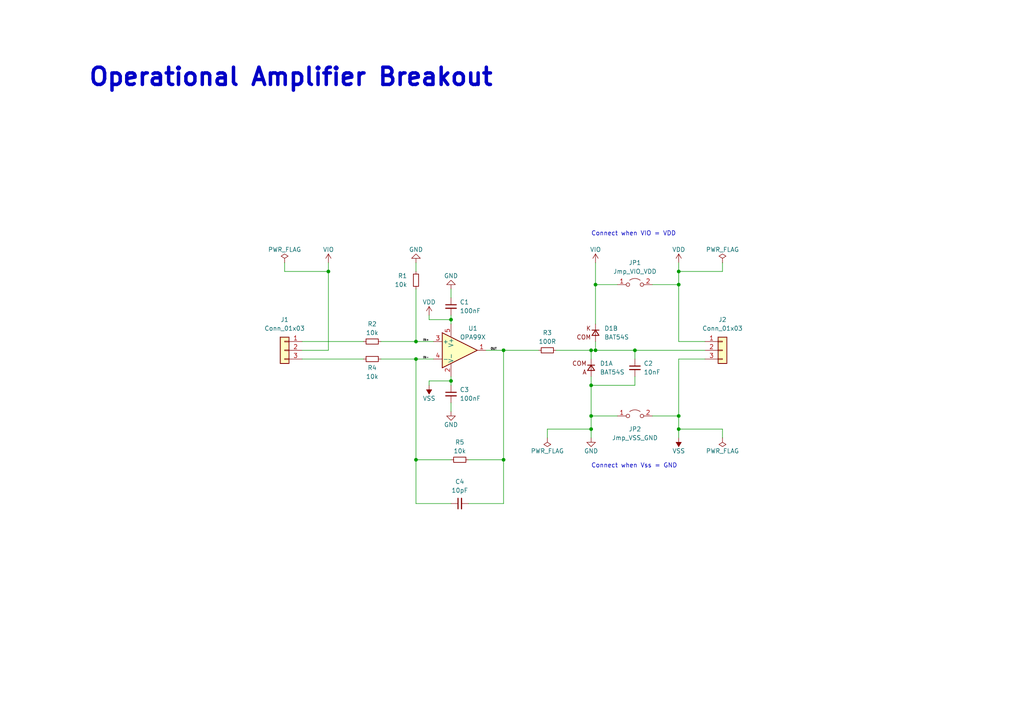
<source format=kicad_sch>
(kicad_sch (version 20230121) (generator eeschema)
  (paper "A4")
  (title_block (title "OPA990 Breakout") (date "2024-01-09") (rev "V24.01.0.1") (company "Fried Electronics") (comment 1 "Tom Fry"))
  (lib_symbols
    (symbol "BAT54S_1" (pin_numbers hide) (pin_names (offset 0) hide)
      (property "Reference" "D" (at 1.27 1.27 0))
      (property "Value" "BAT54S" (at 1.27 -1.27 0))
      (symbol "BAT54S_1_0_1"
        (polyline (pts (xy -1.016 0.762) (xy 1.016 0.762)) (stroke (width 0.254)))
        (polyline (pts (xy 0 0.762) (xy 0 -0.762)))
        (polyline (pts (xy -1.016 -0.762) (xy 0 0.762) (xy 1.016 -0.762) (xy -1.016 -0.762)) (stroke (width 0.254)))
      )
      (symbol "BAT54S_1_1_1"
        (text "A" (at -1.27 -1.27 0) (effects (font (size 1.27 1.27)) (justify right)))
        (text "COM" (at -1.27 1.27 0) (effects (font (size 1.27 1.27)) (justify right)))
        (pin passive line (at 0 -2.54 90) (length 1.778) (name "A") (number "1"))
        (pin passive line (at 0 2.54 270) (length 1.778) (name "COM") (number "3"))
      )
      (symbol "BAT54S_1_2_1"
        (text "COM" (at -1.27 -1.27 0) (effects (font (size 1.27 1.27)) (justify right)))
        (text "K" (at -1.27 1.27 0) (effects (font (size 1.27 1.27)) (justify right)))
        (pin passive line (at 0 2.54 270) (length 1.778) (name "K") (number "2"))
        (pin passive line (at 0 -2.54 90) (length 1.778) (name "COM") (number "3"))
      )
    )
    (symbol "Connector_Generic:Conn_01x03" (pin_names (offset 1.016) hide)
      (property "Reference" "J" (at 0 5.08 0))
      (property "Value" "Conn_01x03" (at 0 -5.08 0))
      (symbol "Conn_01x03_1_1"
        (rectangle (start -1.27 -2.413) (end 0 -2.667) (stroke (width 0.1524)))
        (rectangle (start -1.27 0.127) (end 0 -0.127) (stroke (width 0.1524)))
        (rectangle (start -1.27 2.667) (end 0 2.413) (stroke (width 0.1524)))
        (rectangle (start -1.27 3.81) (end 1.27 -3.81) (stroke (width 0.254)) (fill (type background)))
        (pin passive line (at -5.08 2.54 0) (length 3.81) (name "Pin_1") (number "1"))
        (pin passive line (at -5.08 0 0) (length 3.81) (name "Pin_2") (number "2"))
        (pin passive line (at -5.08 -2.54 0) (length 3.81) (name "Pin_3") (number "3"))
      )
    )
    (symbol "Device:C_Small" (pin_numbers hide) (pin_names (offset 0.254) hide)
      (property "Reference" "C" (at 0.254 1.778 0))
      (property "Value" "C_Small" (at 0.254 -2.032 0))
      (symbol "C_Small_0_1"
        (polyline (pts (xy -1.524 -0.508) (xy 1.524 -0.508)) (stroke (width 0.3302)))
        (polyline (pts (xy -1.524 0.508) (xy 1.524 0.508)) (stroke (width 0.3048)))
      )
      (symbol "C_Small_1_1"
        (pin passive line (at 0 2.54 270) (length 2.032) (name "~") (number "1"))
        (pin passive line (at 0 -2.54 90) (length 2.032) (name "~") (number "2"))
      )
    )
    (symbol "Device:R_Small" (pin_numbers hide) (pin_names (offset 0.254) hide)
      (property "Reference" "R" (at 0.762 0.508 0))
      (property "Value" "R_Small" (at 0.762 -1.016 0))
      (symbol "R_Small_0_1"
        (rectangle (start -0.762 1.778) (end 0.762 -1.778) (stroke (width 0.2032)))
      )
      (symbol "R_Small_1_1"
        (pin passive line (at 0 2.54 270) (length 0.762) (name "~") (number "1"))
        (pin passive line (at 0 -2.54 90) (length 0.762) (name "~") (number "2"))
      )
    )
    (symbol "Fried_Electronics_Symbols:BAT54S" (pin_numbers hide) (pin_names (offset 0) hide)
      (property "Reference" "D" (at 1.27 1.27 0))
      (property "Value" "BAT54S" (at 1.27 -1.27 0))
      (symbol "BAT54S_0_1"
        (polyline (pts (xy -1.016 0.762) (xy 1.016 0.762)) (stroke (width 0.254)))
        (polyline (pts (xy 0 0.762) (xy 0 -0.762)))
        (polyline (pts (xy -1.016 -0.762) (xy 0 0.762) (xy 1.016 -0.762) (xy -1.016 -0.762)) (stroke (width 0.254)))
      )
      (symbol "BAT54S_1_1"
        (text "A" (at -1.27 -1.27 0) (effects (font (size 1.27 1.27)) (justify right)))
        (text "COM" (at -1.27 1.27 0) (effects (font (size 1.27 1.27)) (justify right)))
        (pin passive line (at 0 -2.54 90) (length 1.778) (name "A") (number "1"))
        (pin passive line (at 0 2.54 270) (length 1.778) (name "COM") (number "3"))
      )
      (symbol "BAT54S_2_1"
        (text "COM" (at -1.27 -1.27 0) (effects (font (size 1.27 1.27)) (justify right)))
        (text "K" (at -1.27 1.27 0) (effects (font (size 1.27 1.27)) (justify right)))
        (pin passive line (at 0 2.54 270) (length 1.778) (name "K") (number "2"))
        (pin passive line (at 0 -2.54 90) (length 1.778) (name "COM") (number "3"))
      )
    )
    (symbol "Fried_Electronics_Symbols:OPA99X" (pin_names (offset 0.127))
      (property "Reference" "U1" (at 3.81 6.35 0))
      (property "Value" "OPA99X" (at 3.81 3.81 0))
      (symbol "OPA99X_0_1"
        (polyline (pts (xy -5.08 5.08) (xy 5.08 0) (xy -5.08 -5.08) (xy -5.08 5.08)) (stroke (width 0.254)) (fill (type background)))
      )
      (symbol "OPA99X_1_1"
        (pin output line (at 7.62 0 180) (length 2.54) (name "~") (number "1"))
        (pin power_in line (at -2.54 -7.62 90) (length 3.81) (name "V-") (number "2"))
        (pin input line (at -7.62 2.54 0) (length 2.54) (name "+") (number "3"))
        (pin input line (at -7.62 -2.54 0) (length 2.54) (name "-") (number "4"))
        (pin power_in line (at -2.54 7.62 270) (length 3.81) (name "V+") (number "5"))
      )
    )
    (symbol "Fried_Electronics_Symbols:VIO" (power) (pin_names (offset 0))
      (property "Value" "VIO" (at 0 3.81 0))
      (symbol "VIO_0_1"
        (polyline (pts (xy -0.762 1.27) (xy 0 2.54)))
        (polyline (pts (xy 0 0) (xy 0 2.54)))
        (polyline (pts (xy 0 2.54) (xy 0.762 1.27)))
      )
      (symbol "VIO_1_1"
        (pin power_in line (at 0 0 90) (length 0) hide (name "VIO") (number "1"))
      )
    )
    (symbol "Jumper:Jumper_2_Open" (pin_names (offset 0) hide)
      (property "Reference" "JP" (at 0 2.794 0))
      (property "Value" "Jumper_2_Open" (at 0 -2.286 0))
      (symbol "Jumper_2_Open_0_0"
        (circle (center -2.032 0) (radius 0.508))
        (circle (center 2.032 0) (radius 0.508))
      )
      (symbol "Jumper_2_Open_0_1"
        (arc (start 1.524 1.27) (mid 0 1.778) (end -1.524 1.27))
      )
      (symbol "Jumper_2_Open_1_1"
        (pin passive line (at -5.08 0 0) (length 2.54) (name "A") (number "1"))
        (pin passive line (at 5.08 0 180) (length 2.54) (name "B") (number "2"))
      )
    )
    (symbol "power:GND" (power) (pin_names (offset 0))
      (property "Value" "GND" (at 0 -3.81 0))
      (symbol "GND_0_1"
        (polyline (pts (xy 0 0) (xy 0 -1.27) (xy 1.27 -1.27) (xy 0 -2.54) (xy -1.27 -1.27) (xy 0 -1.27)))
      )
      (symbol "GND_1_1"
        (pin power_in line (at 0 0 270) (length 0) hide (name "GND") (number "1"))
      )
    )
    (symbol "power:PWR_FLAG" (power) (pin_numbers hide) (pin_names (offset 0) hide)
      (property "Value" "PWR_FLAG" (at 0 3.81 0))
      (symbol "PWR_FLAG_0_0"
        (pin power_out line (at 0 0 90) (length 0) (name "pwr") (number "1"))
      )
      (symbol "PWR_FLAG_0_1"
        (polyline (pts (xy 0 0) (xy 0 1.27) (xy -1.016 1.905) (xy 0 2.54) (xy 1.016 1.905) (xy 0 1.27)))
      )
    )
    (symbol "power:VDD" (power) (pin_names (offset 0))
      (property "Value" "VDD" (at 0 3.81 0))
      (symbol "VDD_0_1"
        (polyline (pts (xy -0.762 1.27) (xy 0 2.54)))
        (polyline (pts (xy 0 0) (xy 0 2.54)))
        (polyline (pts (xy 0 2.54) (xy 0.762 1.27)))
      )
      (symbol "VDD_1_1"
        (pin power_in line (at 0 0 90) (length 0) hide (name "VDD") (number "1"))
      )
    )
    (symbol "power:VSS" (power) (pin_names (offset 0))
      (property "Value" "VSS" (at 0 3.81 0))
      (symbol "VSS_0_1"
        (polyline (pts (xy 0 0) (xy 0 2.54)))
        (polyline (pts (xy 0.762 1.27) (xy -0.762 1.27) (xy 0 2.54) (xy 0.762 1.27)) (fill (type outline)))
      )
      (symbol "VSS_1_1"
        (pin power_in line (at 0 0 90) (length 0) hide (name "VSS") (number "1"))
      )
    )
  )
  (junction (at 172.72 101.6))
  (junction (at 146.05 101.6))
  (junction (at 146.05 133.35))
  (junction (at 120.65 99.06))
  (junction (at 171.45 101.6))
  (junction (at 120.65 133.35))
  (junction (at 184.15 101.6))
  (junction (at 196.85 78.74))
  (junction (at 95.25 78.74))
  (junction (at 196.85 124.46))
  (junction (at 171.45 120.65))
  (junction (at 196.85 120.65))
  (junction (at 171.45 111.76))
  (junction (at 196.85 82.55))
  (junction (at 130.81 110.49))
  (junction (at 171.45 124.46))
  (junction (at 120.65 104.14))
  (junction (at 130.81 92.71))
  (junction (at 172.72 82.55))
  (wire (pts (xy 130.81 91.44) (xy 130.81 92.71)))
  (wire (pts (xy 124.46 110.49) (xy 130.81 110.49)))
  (wire (pts (xy 184.15 109.22) (xy 184.15 111.76)))
  (wire (pts (xy 171.45 111.76) (xy 171.45 120.65)))
  (wire (pts (xy 120.65 133.35) (xy 120.65 104.14)))
  (wire (pts (xy 171.45 120.65) (xy 171.45 124.46)))
  (wire (pts (xy 209.55 78.74) (xy 196.85 78.74)))
  (wire (pts (xy 95.25 76.2) (xy 95.25 78.74)))
  (wire (pts (xy 171.45 111.76) (xy 184.15 111.76)))
  (wire (pts (xy 196.85 124.46) (xy 196.85 120.65)))
  (wire (pts (xy 110.49 99.06) (xy 120.65 99.06)))
  (wire (pts (xy 87.63 104.14) (xy 105.41 104.14)))
  (wire (pts (xy 82.55 76.2) (xy 82.55 78.74)))
  (wire (pts (xy 196.85 78.74) (xy 196.85 82.55)))
  (wire (pts (xy 130.81 133.35) (xy 120.65 133.35)))
  (wire (pts (xy 209.55 127) (xy 209.55 124.46)))
  (wire (pts (xy 158.75 127) (xy 158.75 124.46)))
  (wire (pts (xy 130.81 92.71) (xy 130.81 93.98)))
  (wire (pts (xy 130.81 110.49) (xy 130.81 111.76)))
  (wire (pts (xy 120.65 76.2) (xy 120.65 78.74)))
  (wire (pts (xy 172.72 82.55) (xy 172.72 93.98)))
  (wire (pts (xy 135.89 146.05) (xy 146.05 146.05)))
  (wire (pts (xy 172.72 82.55) (xy 179.07 82.55)))
  (wire (pts (xy 95.25 78.74) (xy 95.25 101.6)))
  (wire (pts (xy 95.25 101.6) (xy 87.63 101.6)))
  (wire (pts (xy 146.05 101.6) (xy 146.05 133.35)))
  (wire (pts (xy 184.15 101.6) (xy 184.15 104.14)))
  (wire (pts (xy 172.72 76.2) (xy 172.72 82.55)))
  (wire (pts (xy 82.55 78.74) (xy 95.25 78.74)))
  (wire (pts (xy 184.15 101.6) (xy 204.47 101.6)))
  (wire (pts (xy 120.65 104.14) (xy 125.73 104.14)))
  (wire (pts (xy 196.85 82.55) (xy 196.85 99.06)))
  (wire (pts (xy 124.46 92.71) (xy 130.81 92.71)))
  (wire (pts (xy 171.45 124.46) (xy 171.45 127)))
  (wire (pts (xy 87.63 99.06) (xy 105.41 99.06)))
  (wire (pts (xy 146.05 101.6) (xy 156.21 101.6)))
  (wire (pts (xy 158.75 124.46) (xy 171.45 124.46)))
  (wire (pts (xy 196.85 99.06) (xy 204.47 99.06)))
  (wire (pts (xy 196.85 127) (xy 196.85 124.46)))
  (wire (pts (xy 196.85 124.46) (xy 209.55 124.46)))
  (wire (pts (xy 130.81 109.22) (xy 130.81 110.49)))
  (wire (pts (xy 146.05 133.35) (xy 146.05 146.05)))
  (wire (pts (xy 196.85 76.2) (xy 196.85 78.74)))
  (wire (pts (xy 110.49 104.14) (xy 120.65 104.14)))
  (wire (pts (xy 171.45 109.22) (xy 171.45 111.76)))
  (wire (pts (xy 172.72 101.6) (xy 184.15 101.6)))
  (wire (pts (xy 120.65 146.05) (xy 120.65 133.35)))
  (wire (pts (xy 171.45 101.6) (xy 171.45 104.14)))
  (wire (pts (xy 130.81 146.05) (xy 120.65 146.05)))
  (wire (pts (xy 130.81 83.82) (xy 130.81 86.36)))
  (wire (pts (xy 120.65 99.06) (xy 125.73 99.06)))
  (wire (pts (xy 124.46 91.44) (xy 124.46 92.71)))
  (wire (pts (xy 189.23 82.55) (xy 196.85 82.55)))
  (wire (pts (xy 171.45 120.65) (xy 179.07 120.65)))
  (wire (pts (xy 189.23 120.65) (xy 196.85 120.65)))
  (wire (pts (xy 209.55 76.2) (xy 209.55 78.74)))
  (wire (pts (xy 130.81 116.84) (xy 130.81 119.38)))
  (wire (pts (xy 171.45 101.6) (xy 172.72 101.6)))
  (wire (pts (xy 124.46 111.76) (xy 124.46 110.49)))
  (wire (pts (xy 120.65 83.82) (xy 120.65 99.06)))
  (wire (pts (xy 196.85 120.65) (xy 196.85 104.14)))
  (wire (pts (xy 161.29 101.6) (xy 171.45 101.6)))
  (wire (pts (xy 140.97 101.6) (xy 146.05 101.6)))
  (wire (pts (xy 172.72 99.06) (xy 172.72 101.6)))
  (wire (pts (xy 196.85 104.14) (xy 204.47 104.14)))
  (wire (pts (xy 135.89 133.35) (xy 146.05 133.35)))
  (text "Connect when VIO = VDD\n" (at 171.45 68.58 0) (effects (font (size 1.27 1.27)) (justify left bottom)))
  (text "Connect when Vss = GND\n" (at 171.45 135.89 0) (effects (font (size 1.27 1.27)) (justify left bottom)))
  (text "Operational Amplifier Breakout" (at 25.4 25.4 0) (effects (font (size 5 5) (thickness 1) bold) (justify left bottom)))
  (label "IN+" (at 124.46 99.06 180) (effects (font (size 0.6 0.6))))
  (label "OUT" (at 142.24 101.6 0) (effects (font (size 0.6 0.6))))
  (label "IN-" (at 124.46 104.14 180) (effects (font (size 0.6 0.6))))
  (symbol (lib_id "Device:R_Small") (at 107.95 104.14 90) (unit 1)
    (property "Reference" "R4" (at 107.95 106.68 90))
    (property "Value" "10k" (at 107.95 109.22 90))
    (property "Footprint" "Resistor_SMD:R_0603_1608Metric" (effects hide))
    (property "Manufacturer Part Number" "RN73R1JTTD1002B25" (effects hide))
    (property "Mouser Part Number" "660-RN73R1JTD1002B25" (effects hide))
  )
  (symbol (lib_id "power:PWR_FLAG") (at 209.55 127 180) (unit 1)
    (property "Reference" "#FLG01" (effects hide))
    (property "Value" "PWR_FLAG" (at 209.55 130.81 0))
  )
  (symbol (lib_id "power:GND") (at 130.81 83.82 180) (unit 1)
    (property "Reference" "#PWR04" (effects hide))
    (property "Value" "GND" (at 130.81 80.01 0))
  )
  (symbol (lib_id "Fried_Electronics_Symbols:VIO") (at 95.25 76.2 0) (unit 1)
    (property "Reference" "#PWR06" (effects hide))
    (property "Value" "VIO" (at 95.25 72.39 0))
  )
  (symbol (lib_id "power:VDD") (at 196.85 76.2 0) (unit 1)
    (property "Reference" "#PWR03" (effects hide))
    (property "Value" "VDD" (at 196.85 72.39 0))
  )
  (symbol (lib_name "BAT54S_1") (lib_id "Fried_Electronics_Symbols:BAT54S") (at 172.72 96.52 0) (unit 2)
    (property "Reference" "D1" (at 175.26 95.25 0) (effects (justify left)))
    (property "Value" "BAT54S" (at 175.26 97.79 0) (effects (justify left)))
    (property "Footprint" "Package_TO_SOT_SMD:SOT-23-3" (effects hide))
    (property "Manufacturer Part Number" "BAT54S-7-F" (effects hide))
    (property "Mouser Part Number" "621-BAT54S-F" (effects hide))
  )
  (symbol (lib_id "power:PWR_FLAG") (at 209.55 76.2 0) (unit 1)
    (property "Reference" "#FLG02" (effects hide))
    (property "Value" "PWR_FLAG" (at 209.55 72.39 0))
  )
  (symbol (lib_id "Device:R_Small") (at 158.75 101.6 270) (unit 1)
    (property "Reference" "R3" (at 158.75 96.52 90))
    (property "Value" "100R" (at 158.75 99.06 90))
    (property "Footprint" "Resistor_SMD:R_0603_1608Metric" (effects hide))
    (property "Manufacturer Part Number" "RN73R1JTTD1000B25" (effects hide))
    (property "Mouser Part Number" "660-RN73R1JTD1000B25" (effects hide))
  )
  (symbol (lib_id "Fried_Electronics_Symbols:VIO") (at 172.72 76.2 0) (unit 1)
    (property "Reference" "#PWR02" (effects hide))
    (property "Value" "VIO" (at 172.72 72.39 0))
  )
  (symbol (lib_id "power:PWR_FLAG") (at 82.55 76.2 0) (unit 1)
    (property "Reference" "#FLG03" (effects hide))
    (property "Value" "PWR_FLAG" (at 82.55 72.39 0))
  )
  (symbol (lib_id "Device:C_Small") (at 184.15 106.68 0) (unit 1)
    (property "Reference" "C2" (at 186.69 105.41 0) (effects (justify left)))
    (property "Value" "10nF" (at 186.69 107.95 0) (effects (justify left)))
    (property "Footprint" "Capacitor_SMD:C_0603_1608Metric" (effects hide))
    (property "Manufacturer Part Number" "CL10B103KB8NNNL" (effects hide))
    (property "Mouser Part Number" "187-CL10B103KB8NNNL" (effects hide))
  )
  (symbol (lib_id "power:GND") (at 171.45 127 0) (unit 1)
    (property "Reference" "#PWR07" (effects hide))
    (property "Value" "GND" (at 171.45 130.81 0))
  )
  (symbol (lib_id "Device:R_Small") (at 107.95 99.06 270) (unit 1)
    (property "Reference" "R2" (at 107.95 93.98 90))
    (property "Value" "10k" (at 107.95 96.52 90))
    (property "Footprint" "Resistor_SMD:R_0603_1608Metric" (effects hide))
    (property "Manufacturer Part Number" "RN73R1JTTD1002B25" (effects hide))
    (property "Mouser Part Number" "660-RN73R1JTD1002B25" (effects hide))
  )
  (symbol (lib_id "Jumper:Jumper_2_Open") (at 184.15 82.55 0) (unit 1) (in_bom no)
    (property "Reference" "JP1" (at 184.15 76.2 0))
    (property "Value" "Jmp_VIO_VDD" (at 184.15 78.74 0))
    (property "Footprint" "Jumper:SolderJumper-2_P1.3mm_Open_TrianglePad1.0x1.5mm" (effects hide))
  )
  (symbol (lib_id "power:PWR_FLAG") (at 158.75 127 180) (unit 1)
    (property "Reference" "#FLG04" (effects hide))
    (property "Value" "PWR_FLAG" (at 158.75 130.81 0))
  )
  (symbol (lib_id "Device:R_Small") (at 133.35 133.35 90) (unit 1)
    (property "Reference" "R5" (at 133.35 128.27 90))
    (property "Value" "10k" (at 133.35 130.81 90))
    (property "Footprint" "Resistor_SMD:R_0603_1608Metric" (effects hide))
    (property "Manufacturer Part Number" "RN73R1JTTD1002B25" (effects hide))
    (property "Mouser Part Number" "660-RN73R1JTD1002B25" (effects hide))
  )
  (symbol (lib_id "Device:C_Small") (at 133.35 146.05 90) (unit 1)
    (property "Reference" "C4" (at 133.35 139.7 90))
    (property "Value" "10pF" (at 133.35 142.24 90))
    (property "Footprint" "Capacitor_SMD:C_0603_1608Metric" (effects hide))
    (property "Manufacturer Part Number" "VJ0603A100GXACW1BC" (effects hide))
    (property "Mouser Part Number" "77-VJ0603A100GXACBC" (effects hide))
  )
  (symbol (lib_id "Connector_Generic:Conn_01x03") (at 209.55 101.6 0) (unit 1)
    (property "Reference" "J2" (at 209.55 92.71 0))
    (property "Value" "Conn_01x03" (at 209.55 95.25 0))
    (property "Footprint" "Connector_PinHeader_2.54mm:PinHeader_1x03_P2.54mm_Vertical" (effects hide))
    (property "Manufacturer Part Number" "22-28-4030" (effects hide))
    (property "Mouser Part Number" "538-22-28-4030" (effects hide))
  )
  (symbol (lib_id "Fried_Electronics_Symbols:OPA99X") (at 133.35 101.6 0) (unit 1)
    (property "Reference" "U1" (at 137.16 95.25 0))
    (property "Value" "OPA99X" (at 137.16 97.79 0))
    (property "Footprint" "Package_TO_SOT_SMD:SOT-23-5" (effects hide))
    (property "Mouser Part Number" "595-OPA992IDBVR" (effects hide))
    (property "Manufacturer Part Number" "OPA992IDBVR" (effects hide))
  )
  (symbol (lib_id "power:GND") (at 120.65 76.2 180) (unit 1)
    (property "Reference" "#PWR01" (effects hide))
    (property "Value" "GND" (at 120.65 72.39 0))
  )
  (symbol (lib_id "Device:C_Small") (at 130.81 114.3 0) (unit 1)
    (property "Reference" "C3" (at 133.35 113.03 0) (effects (justify left)))
    (property "Value" "100nF" (at 133.35 115.57 0) (effects (justify left)))
    (property "Footprint" "Capacitor_SMD:C_0603_1608Metric" (effects hide))
    (property "Manufacturer Part Number" "885012206095" (effects hide))
    (property "Mouser Part Number" "710-885012206095" (effects hide))
  )
  (symbol (lib_id "Device:R_Small") (at 120.65 81.28 0) (mirror y) (unit 1)
    (property "Reference" "R1" (at 118.11 80.01 0) (effects (justify left)))
    (property "Value" "10k" (at 118.11 82.55 0) (effects (justify left)))
    (property "Footprint" "Resistor_SMD:R_0603_1608Metric" (effects hide))
    (property "Manufacturer Part Number" "RN73R1JTTD1002B25" (effects hide))
    (property "Mouser Part Number" "660-RN73R1JTD1002B25" (effects hide))
  )
  (symbol (lib_id "Fried_Electronics_Symbols:BAT54S") (at 171.45 106.68 0) (unit 1)
    (property "Reference" "D1" (at 173.99 105.41 0) (effects (justify left)))
    (property "Value" "BAT54S" (at 173.99 107.95 0) (effects (justify left)))
    (property "Footprint" "Package_TO_SOT_SMD:SOT-23-3" (effects hide))
    (property "Manufacturer Part Number" "BAT54S-7-F" (effects hide))
    (property "Mouser Part Number" "621-BAT54S-F" (effects hide))
  )
  (symbol (lib_id "power:GND") (at 130.81 119.38 0) (unit 1)
    (property "Reference" "#PWR09" (effects hide))
    (property "Value" "GND" (at 130.81 123.19 0))
  )
  (symbol (lib_id "power:VDD") (at 124.46 91.44 0) (unit 1)
    (property "Reference" "#PWR05" (effects hide))
    (property "Value" "VDD" (at 124.46 87.63 0))
  )
  (symbol (lib_id "Connector_Generic:Conn_01x03") (at 82.55 101.6 0) (mirror y) (unit 1)
    (property "Reference" "J1" (at 82.55 92.71 0))
    (property "Value" "Conn_01x03" (at 82.55 95.25 0))
    (property "Footprint" "Connector_PinHeader_2.54mm:PinHeader_1x03_P2.54mm_Vertical" (effects hide))
    (property "Manufacturer Part Number" "22-28-4030" (effects hide))
    (property "Mouser Part Number" "538-22-28-4030" (effects hide))
  )
  (symbol (lib_id "power:VSS") (at 196.85 127 180) (unit 1)
    (property "Reference" "#PWR011" (effects hide))
    (property "Value" "VSS" (at 196.85 130.81 0))
  )
  (symbol (lib_id "Jumper:Jumper_2_Open") (at 184.15 120.65 0) (unit 1) (in_bom no)
    (property "Reference" "JP2" (at 184.15 124.46 0))
    (property "Value" "Jmp_VSS_GND" (at 184.15 127 0))
    (property "Footprint" "Jumper:SolderJumper-2_P1.3mm_Open_TrianglePad1.0x1.5mm" (effects hide))
  )
  (symbol (lib_id "power:VSS") (at 124.46 111.76 180) (unit 1)
    (property "Reference" "#PWR08" (effects hide))
    (property "Value" "VSS" (at 124.46 115.57 0))
  )
  (symbol (lib_id "Device:C_Small") (at 130.81 88.9 0) (unit 1)
    (property "Reference" "C1" (at 133.35 87.63 0) (effects (justify left)))
    (property "Value" "100nF" (at 133.35 90.17 0) (effects (justify left)))
    (property "Footprint" "Capacitor_SMD:C_0603_1608Metric" (effects hide))
    (property "Manufacturer Part Number" "885012206095" (effects hide))
    (property "Mouser Part Number" "710-885012206095" (effects hide))
  )
)
</source>
